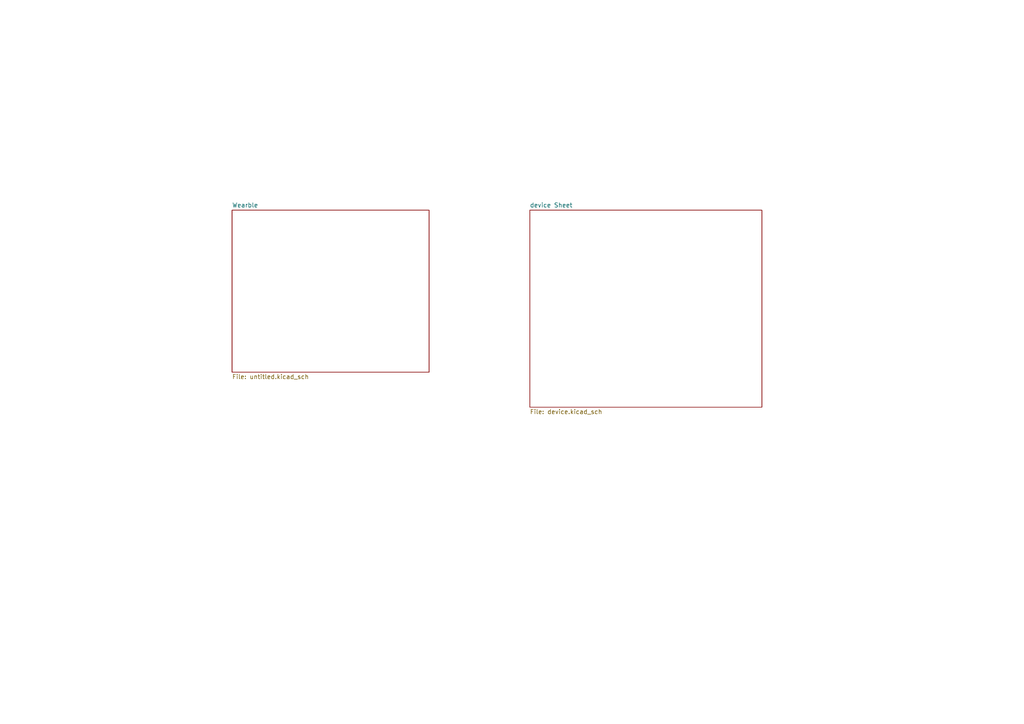
<source format=kicad_sch>
(kicad_sch
	(version 20250114)
	(generator "eeschema")
	(generator_version "9.0")
	(uuid "6c3e8049-4ad1-4bc9-91d0-0101b38a5d17")
	(paper "A4")
	(lib_symbols)
	(sheet
		(at 153.67 60.96)
		(size 67.31 57.15)
		(exclude_from_sim no)
		(in_bom yes)
		(on_board yes)
		(dnp no)
		(fields_autoplaced yes)
		(stroke
			(width 0.1524)
			(type solid)
		)
		(fill
			(color 0 0 0 0.0000)
		)
		(uuid "55350d5e-eb05-48b3-a8bf-9cdbe37be330")
		(property "Sheetname" "device Sheet"
			(at 153.67 60.2484 0)
			(effects
				(font
					(size 1.27 1.27)
				)
				(justify left bottom)
			)
		)
		(property "Sheetfile" "device.kicad_sch"
			(at 153.67 118.6946 0)
			(effects
				(font
					(size 1.27 1.27)
				)
				(justify left top)
			)
		)
		(instances
			(project "HeartRateDial "
				(path "/6c3e8049-4ad1-4bc9-91d0-0101b38a5d17"
					(page "3")
				)
			)
		)
	)
	(sheet
		(at 67.31 60.96)
		(size 57.15 46.99)
		(exclude_from_sim no)
		(in_bom yes)
		(on_board yes)
		(dnp no)
		(fields_autoplaced yes)
		(stroke
			(width 0.1524)
			(type solid)
		)
		(fill
			(color 0 0 0 0.0000)
		)
		(uuid "8f7d59a6-3e83-4b56-abcb-f91808284f5c")
		(property "Sheetname" "Wearble"
			(at 67.31 60.2484 0)
			(effects
				(font
					(size 1.27 1.27)
				)
				(justify left bottom)
			)
		)
		(property "Sheetfile" "untitled.kicad_sch"
			(at 67.31 108.5346 0)
			(effects
				(font
					(size 1.27 1.27)
				)
				(justify left top)
			)
		)
		(instances
			(project "HeartRateDial "
				(path "/6c3e8049-4ad1-4bc9-91d0-0101b38a5d17"
					(page "2")
				)
			)
		)
	)
	(sheet_instances
		(path "/"
			(page "1")
		)
	)
	(embedded_fonts no)
)

</source>
